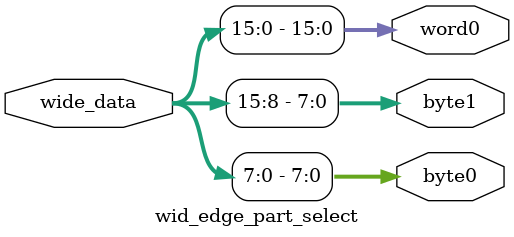
<source format=sv>

module wid_edge_part_select (
  input wire [31:0] wide_data,
  output logic [7:0] byte0,
  output logic [7:0] byte1,
  output logic [15:0] word0
);

  // Part-select widths are deterministic
  always_comb begin
    byte0 = wide_data[7:0];     // [7:0] = 8 bits
    byte1 = wide_data[15:8];    // [15:8] = 8 bits
    word0 = wide_data[15:0];    // [15:0] = 16 bits
  end

endmodule


</source>
